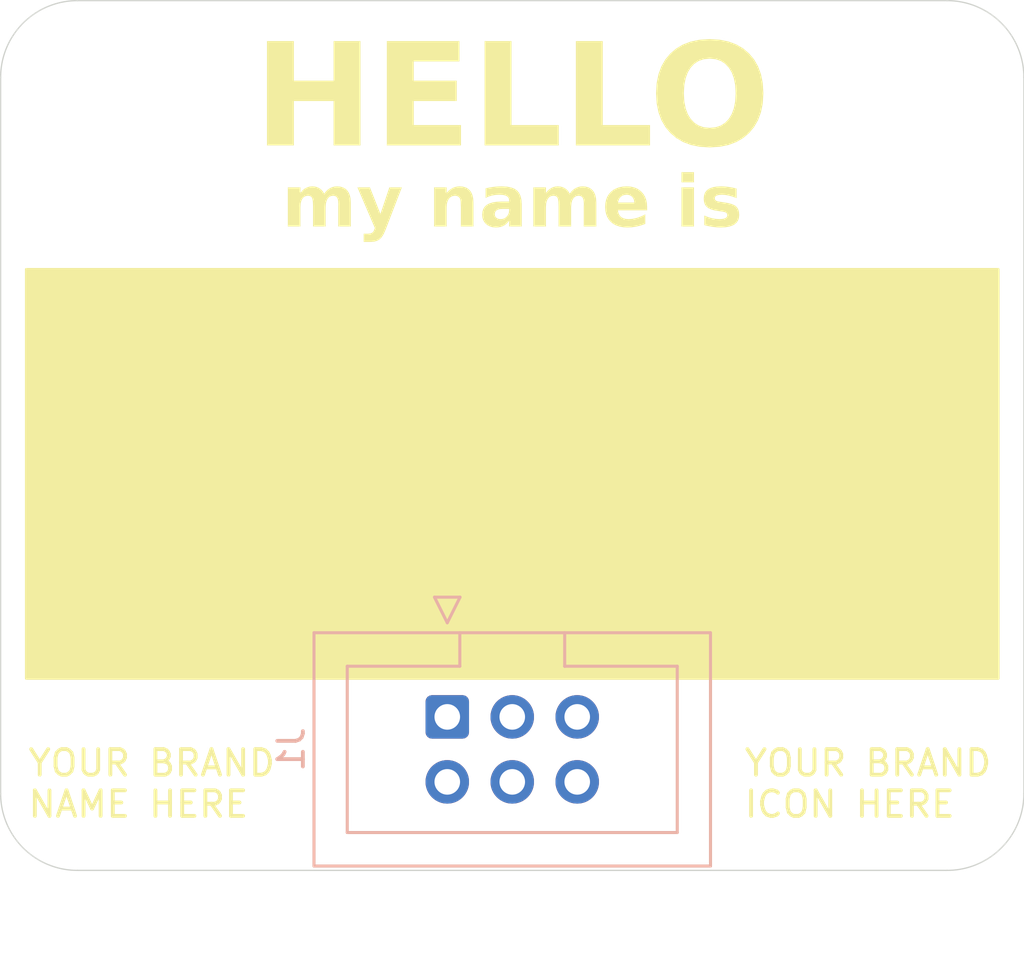
<source format=kicad_pcb>
(kicad_pcb (version 20240108) (generator "pcbnew") (generator_version "8.0")
  (layers (0 "F.Cu" signal) (31 "B.Cu" signal) (34 "B.Paste" user) (35 "F.Paste" user) (36 "B.SilkS" user "B.Silkscreen") (37 "F.SilkS" user "F.Silkscreen") (38 "B.Mask" user) (39 "F.Mask" user) (44 "Edge.Cuts" user))
  (net 0 "")
  (footprint "Connector_IDC:IDC-Header_2x03_P2.54mm_Vertical" (layer "B.Cu") (at 17.46 34 -90)
    (property "Reference" "J1" (at 1.27 6.1 90) (layer "B.SilkS") (effects (justify mirror)))
    (property "Value" "Conn_02x03_Odd_Even")
    (fp_line (start -3.29 5.21) (end -3.29 -10.29) (stroke (width 0.12)) (layer "B.SilkS"))
    (fp_line (start 5.83 5.21) (end -3.29 5.21) (stroke (width 0.12)) (layer "B.SilkS"))
    (fp_line (start -1.98 3.91) (end -1.98 -0.49) (stroke (width 0.12)) (layer "B.SilkS"))
    (fp_line (start 4.52 3.91) (end -1.98 3.91) (stroke (width 0.12)) (layer "B.SilkS"))
    (fp_line (start -4.68 0.5) (end -3.68 0) (stroke (width 0.12)) (layer "B.SilkS"))
    (fp_line (start -3.68 0) (end -4.68 -0.5) (stroke (width 0.12)) (layer "B.SilkS"))
    (fp_line (start -1.98 -0.49) (end -3.29 -0.49) (stroke (width 0.12)) (layer "B.SilkS"))
    (fp_line (start -4.68 -0.5) (end -4.68 0.5) (stroke (width 0.12)) (layer "B.SilkS"))
    (fp_line (start -3.29 -4.59) (end -1.98 -4.59) (stroke (width 0.12)) (layer "B.SilkS"))
    (fp_line (start -1.98 -4.59) (end -1.98 -4.59) (stroke (width 0.12)) (layer "B.SilkS"))
    (fp_line (start -1.98 -4.59) (end -1.98 -8.99) (stroke (width 0.12)) (layer "B.SilkS"))
    (fp_line (start -1.98 -8.99) (end 4.52 -8.99) (stroke (width 0.12)) (layer "B.SilkS"))
    (fp_line (start 4.52 -8.99) (end 4.52 3.91) (stroke (width 0.12)) (layer "B.SilkS"))
    (fp_line (start -3.29 -10.29) (end 5.83 -10.29) (stroke (width 0.12)) (layer "B.SilkS"))
    (fp_line (start 5.83 -10.29) (end 5.83 5.21) (stroke (width 0.12)) (layer "B.SilkS"))
    (pad "1" thru_hole roundrect (at 0 0 270) (size 1.7 1.7) (drill 1) (layers "*.Cu" "*.Mask") (roundrect_rratio 0.147059))
    (pad "2" thru_hole circle (at 2.54 0 270) (size 1.7 1.7) (drill 1) (layers "*.Cu" "*.Mask"))
    (pad "3" thru_hole circle (at 0 -2.54 270) (size 1.7 1.7) (drill 1) (layers "*.Cu" "*.Mask"))
    (pad "4" thru_hole circle (at 2.54 -2.54 270) (size 1.7 1.7) (drill 1) (layers "*.Cu" "*.Mask"))
    (pad "5" thru_hole circle (at 0 -5.08 270) (size 1.7 1.7) (drill 1) (layers "*.Cu" "*.Mask"))
    (pad "6" thru_hole circle (at 2.54 -5.08 270) (size 1.7 1.7) (drill 1) (layers "*.Cu" "*.Mask"))
  )
  (gr_rect (start 1 16.5) (end 39 32.5) (stroke (width 0.1)) (fill solid) (layer "F.SilkS"))
  (gr_line (start 0 37) (end 0 9) (stroke (width 0.05)) (layer "Edge.Cuts"))
  (gr_arc (start 40 37) (mid 39.12132 39.12132) (end 37 40) (stroke (width 0.05)) (layer "Edge.Cuts"))
  (gr_arc (start 0 9) (mid 0.87868 6.87868) (end 3 6) (stroke (width 0.05)) (layer "Edge.Cuts"))
  (gr_line (start 3 6) (end 37 6) (stroke (width 0.05)) (layer "Edge.Cuts"))
  (gr_arc (start 37 6) (mid 39.12132 6.87868) (end 40 9) (stroke (width 0.05)) (layer "Edge.Cuts"))
  (gr_line (start 40 9) (end 40 37) (stroke (width 0.05)) (layer "Edge.Cuts"))
  (gr_arc (start 3 40) (mid 0.87868 39.12132) (end 0 37) (stroke (width 0.05)) (layer "Edge.Cuts"))
  (gr_line (start 37 40) (end 3 40) (stroke (width 0.05)) (layer "Edge.Cuts"))
  (gr_text "YOUR BRAND\nICON HERE" (at 29 38 0) (layer "F.SilkS") (effects (font (size 1 1)) (justify left bottom)))
  (gr_text "YOUR BRAND\nNAME HERE" (at 1 38 0) (layer "F.SilkS") (effects (font (size 1 1)) (justify left bottom)))
  (gr_text "my name is" (at 20 14 0) (layer "F.SilkS") (effects (font (size 2 2) (thickness 0.5) (bold yes))))
  (gr_text "HELLO" (at 20 10 0) (layer "F.SilkS") (effects (font (size 4 4) (thickness 1) (bold yes))))
)
</source>
